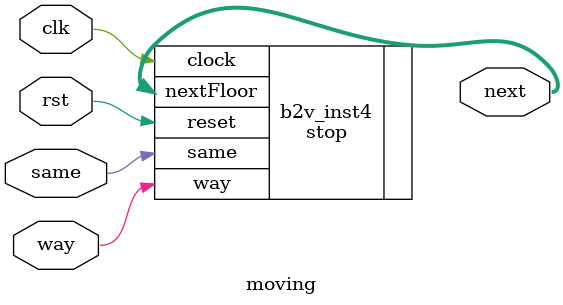
<source format=v>


module moving(
	rst,
	clk,
	same,
	way,
	next
);


input wire	rst;
input wire	clk;
input wire	same;
input wire	way;
output wire	[3:0] next;






stop	b2v_inst4(
	.reset(rst),
	.clock(clk),
	.same(same),
	.way(way),
	.nextFloor(next));
	defparam	b2v_inst4.state1 = 0;
	defparam	b2v_inst4.state2 = 1;
	defparam	b2v_inst4.state3 = 2;
	defparam	b2v_inst4.state4 = 3;
	defparam	b2v_inst4.state5 = 8;
	defparam	b2v_inst4.state6 = 4;
	defparam	b2v_inst4.state7 = 5;
	defparam	b2v_inst4.state8 = 6;
	defparam	b2v_inst4.state9 = 7;


endmodule

</source>
